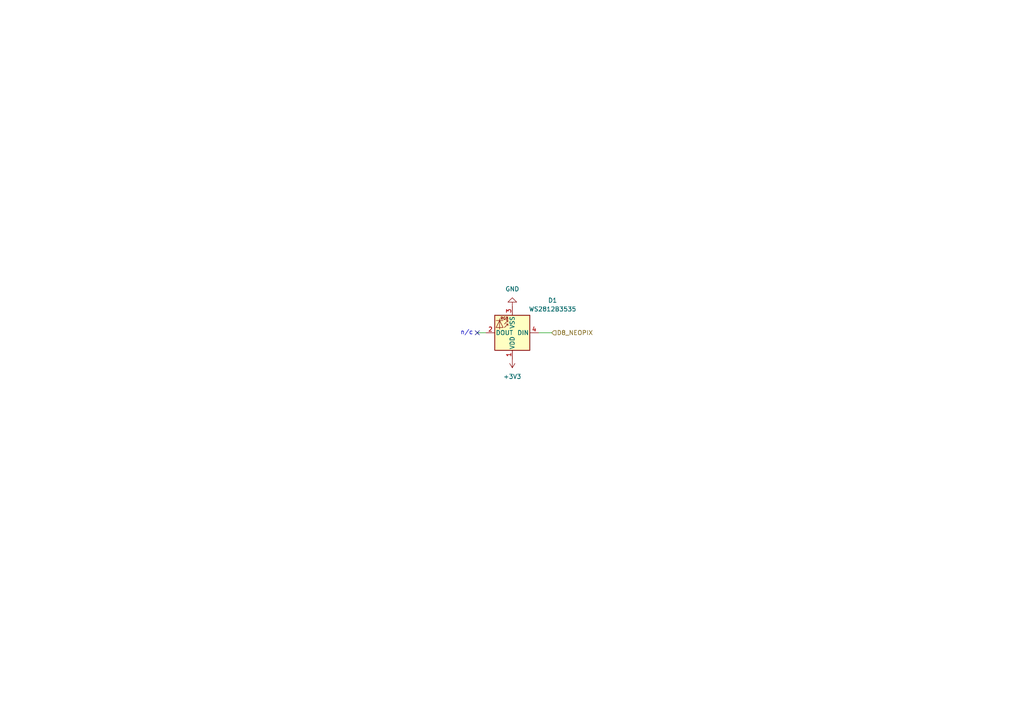
<source format=kicad_sch>
(kicad_sch (version 20231120) (generator "eeschema") (generator_version "8.0")
  (paper "A4")
  (title_block (title "Neopixel") (rev "0.1") (company "catbranchman") (comment 1 "Electrical Engineering Department") (comment 2 "EE 156 / Stanford University") (comment 3 "Flight Club, W6YX, Endurance"))
  (lib_symbols
    (symbol "LED:WS2812B" (pin_names (offset 0.254))
      (property "Reference" "D" (at 5.08 5.715 0))
      (property "Value" "WS2812B" (at 1.27 -5.715 0))
      (symbol "WS2812B_0_0"
        (text "RGB" (at 2.286 -4.191 0) (effects (font (size 0.762 0.762))))
      )
      (symbol "WS2812B_0_1"
        (polyline (pts (xy 1.27 -3.556) (xy 1.778 -3.556)))
        (polyline (pts (xy 1.27 -2.54) (xy 1.778 -2.54)))
        (polyline (pts (xy 4.699 -3.556) (xy 2.667 -3.556)))
        (polyline (pts (xy 2.286 -2.54) (xy 1.27 -3.556) (xy 1.27 -3.048)))
        (polyline (pts (xy 2.286 -1.524) (xy 1.27 -2.54) (xy 1.27 -2.032)))
        (polyline (pts (xy 3.683 -1.016) (xy 3.683 -3.556) (xy 3.683 -4.064)))
        (polyline (pts (xy 4.699 -1.524) (xy 2.667 -1.524) (xy 3.683 -3.556) (xy 4.699 -1.524)))
        (rectangle (start 5.08 5.08) (end -5.08 -5.08) (stroke (width 0.254)) (fill (type background)))
      )
      (symbol "WS2812B_1_1"
        (pin power_in line (at 0 7.62 270) (length 2.54) (name "VDD") (number "1"))
        (pin output line (at 7.62 0 180) (length 2.54) (name "DOUT") (number "2"))
        (pin power_in line (at 0 -7.62 90) (length 2.54) (name "VSS") (number "3"))
        (pin input line (at -7.62 0 0) (length 2.54) (name "DIN") (number "4"))
      )
    )
    (symbol "power:+3V3" (power) (pin_numbers hide) (pin_names (offset 0) hide)
      (property "Value" "+3V3" (at 0 3.556 0))
      (symbol "+3V3_0_1"
        (polyline (pts (xy -0.762 1.27) (xy 0 2.54)))
        (polyline (pts (xy 0 0) (xy 0 2.54)))
        (polyline (pts (xy 0 2.54) (xy 0.762 1.27)))
      )
      (symbol "+3V3_1_1"
        (pin power_in line (at 0 0 90) (length 0) (name "~") (number "1"))
      )
    )
    (symbol "power:GND" (power) (pin_numbers hide) (pin_names (offset 0) hide)
      (property "Value" "GND" (at 0 -3.81 0))
      (symbol "GND_0_1"
        (polyline (pts (xy 0 0) (xy 0 -1.27) (xy 1.27 -1.27) (xy 0 -2.54) (xy -1.27 -1.27) (xy 0 -1.27)))
      )
      (symbol "GND_1_1"
        (pin power_in line (at 0 0 270) (length 0) (name "~") (number "1"))
      )
    )
  )
  (no_connect (at 138.43 96.52))
  (wire (pts (xy 156.21 96.52) (xy 160.02 96.52)))
  (wire (pts (xy 138.43 96.52) (xy 140.97 96.52)))
  (text "n/c" (at 135.382 96.52 0) (effects (font (size 1.27 1.27))))
  (hierarchical_label "D8_NEOPIX" (shape input) (at 160.02 96.52 0))
  (symbol (lib_id "LED:WS2812B") (at 148.59 96.52 180) (unit 1)
    (property "Reference" "D1" (at 160.274 87.122 0))
    (property "Value" "WS2812B3535" (at 160.274 89.662 0))
    (property "Footprint" "LED_SMD:LED_SK6812MINI_PLCC4_3.5x3.5mm_P1.75mm" (effects (hide yes)))
    (property "Datasheet" "https://cdn-shop.adafruit.com/product-files/2686/SK6812MINI_REV.01-1-2.pdf" (effects (hide yes)))
    (property "Description" "NeoPixel Mini 3535 RGB LEDs w/ Integrated Driver Chip - Black" (effects (hide yes)))
    (property "Mfr" "DONGGUANG OPSCO OPTOELECTRONICS CO., LTD" (effects (hide yes)))
    (property "Mfr P/N" "SK6812MINI" (effects (hide yes)))
    (property "Supplier_1" "Adafruit" (effects (hide yes)))
    (property "Supplier_1 P/N" "2686" (effects (hide yes)))
    (property "Supplier_1 Unit Price" "0.495" (effects (hide yes)))
    (property "Supplier_1 Price @ Qty" "0.446" (effects (hide yes)))
  )
  (symbol (lib_id "power:GND") (at 148.59 88.9 180) (unit 1)
    (property "Reference" "#PWR04" (effects (hide yes)))
    (property "Value" "GND" (at 148.59 83.82 0))
    (property "Description" "Power symbol creates a global label with name \"GND\" , ground" (effects (hide yes)))
  )
  (symbol (lib_id "power:+3V3") (at 148.59 104.14 180) (unit 1)
    (property "Reference" "#PWR05" (effects (hide yes)))
    (property "Value" "+3V3" (at 148.59 109.22 0))
    (property "Description" "Power symbol creates a global label with name \"+3V3\"" (effects (hide yes)))
  )
)
</source>
